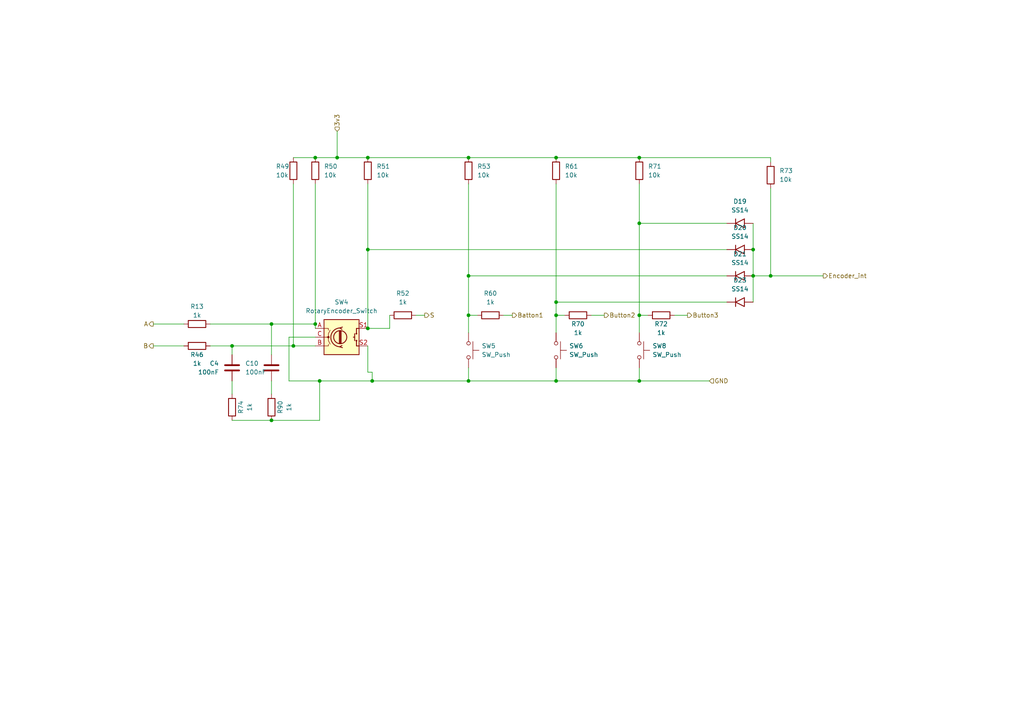
<source format=kicad_sch>
(kicad_sch (version 20231120) (generator "eeschema") (generator_version "8.0")
  (paper "A4")
  (title_block (title "Soldering Station") (date "2024-11-04") (company "BDS-SDCD"))
  (lib_symbols
    (symbol "Den_Castom_lib:SS14" (pin_numbers hide) (pin_names hide)
      (property "Reference" "D" (at 0 5.08 0))
      (property "Value" "SS14" (at 0 2.54 0))
      (symbol "SS14_0_1"
        (polyline (pts (xy -1.27 1.27) (xy -1.27 -1.27)) (stroke (width 0.254)))
        (polyline (pts (xy 1.27 1.27) (xy 1.27 -1.27) (xy -1.27 0) (xy 1.27 1.27)) (stroke (width 0.254)))
      )
      (symbol "SS14_1_1"
        (pin passive line (at -3.81 0 0) (length 2.54) (name "K") (number "1"))
        (pin passive line (at 3.81 0 180) (length 2.54) (name "A") (number "2"))
      )
    )
    (symbol "Device:C" (pin_numbers hide) (pin_names (offset 0.254))
      (property "Reference" "C" (at 0.635 2.54 0))
      (property "Value" "C" (at 0.635 -2.54 0))
      (symbol "C_0_1"
        (polyline (pts (xy -2.032 -0.762) (xy 2.032 -0.762)) (stroke (width 0.508)))
        (polyline (pts (xy -2.032 0.762) (xy 2.032 0.762)) (stroke (width 0.508)))
      )
      (symbol "C_1_1"
        (pin passive line (at 0 3.81 270) (length 2.794) (name "~") (number "1"))
        (pin passive line (at 0 -3.81 90) (length 2.794) (name "~") (number "2"))
      )
    )
    (symbol "Device:R" (pin_numbers hide) (pin_names (offset 0))
      (property "Reference" "R" (at 2.032 0 90))
      (property "Value" "R" (at 0 0 90))
      (symbol "R_0_1"
        (rectangle (start -1.016 -2.54) (end 1.016 2.54) (stroke (width 0.254)))
      )
      (symbol "R_1_1"
        (pin passive line (at 0 3.81 270) (length 1.27) (name "~") (number "1"))
        (pin passive line (at 0 -3.81 90) (length 1.27) (name "~") (number "2"))
      )
    )
    (symbol "Device:RotaryEncoder_Switch" (pin_names (offset 0.254) hide)
      (property "Reference" "SW" (at 0 6.604 0))
      (property "Value" "RotaryEncoder_Switch" (at 0 -6.604 0))
      (symbol "RotaryEncoder_Switch_0_1"
        (rectangle (start -5.08 5.08) (end 5.08 -5.08) (stroke (width 0.254)) (fill (type background)))
        (circle (center -3.81 0) (radius 0.254) (fill (type outline)))
        (circle (center -0.381 0) (radius 1.905) (stroke (width 0.254)))
        (arc (start -0.381 2.667) (mid -3.0988 -0.0635) (end -0.381 -2.794) (stroke (width 0.254)))
        (polyline (pts (xy -0.635 -1.778) (xy -0.635 1.778)) (stroke (width 0.254)))
        (polyline (pts (xy -0.381 -1.778) (xy -0.381 1.778)) (stroke (width 0.254)))
        (polyline (pts (xy -0.127 1.778) (xy -0.127 -1.778)) (stroke (width 0.254)))
        (polyline (pts (xy 3.81 0) (xy 3.429 0)) (stroke (width 0.254)))
        (polyline (pts (xy 3.81 1.016) (xy 3.81 -1.016)) (stroke (width 0.254)))
        (polyline (pts (xy -5.08 -2.54) (xy -3.81 -2.54) (xy -3.81 -2.032)))
        (polyline (pts (xy -5.08 2.54) (xy -3.81 2.54) (xy -3.81 2.032)))
        (polyline (pts (xy 0.254 -3.048) (xy -0.508 -2.794) (xy 0.127 -2.413)) (stroke (width 0.254)))
        (polyline (pts (xy 0.254 2.921) (xy -0.508 2.667) (xy 0.127 2.286)) (stroke (width 0.254)))
        (polyline (pts (xy 5.08 -2.54) (xy 4.318 -2.54) (xy 4.318 -1.016)) (stroke (width 0.254)))
        (polyline (pts (xy 5.08 2.54) (xy 4.318 2.54) (xy 4.318 1.016)) (stroke (width 0.254)))
        (polyline (pts (xy -5.08 0) (xy -3.81 0) (xy -3.81 -1.016) (xy -3.302 -2.032)))
        (polyline (pts (xy -4.318 0) (xy -3.81 0) (xy -3.81 1.016) (xy -3.302 2.032)))
        (circle (center 4.318 -1.016) (radius 0.127) (stroke (width 0.254)))
        (circle (center 4.318 1.016) (radius 0.127) (stroke (width 0.254)))
      )
      (symbol "RotaryEncoder_Switch_1_1"
        (pin passive line (at -7.62 2.54 0) (length 2.54) (name "A") (number "A"))
        (pin passive line (at -7.62 -2.54 0) (length 2.54) (name "B") (number "B"))
        (pin passive line (at -7.62 0 0) (length 2.54) (name "C") (number "C"))
        (pin passive line (at 7.62 2.54 180) (length 2.54) (name "S1") (number "S1"))
        (pin passive line (at 7.62 -2.54 180) (length 2.54) (name "S2") (number "S2"))
      )
    )
    (symbol "Switch:SW_Push" (pin_numbers hide) (pin_names (offset 1.016) hide)
      (property "Reference" "SW" (at 1.27 2.54 0))
      (property "Value" "SW_Push" (at 0 -1.524 0))
      (symbol "SW_Push_0_1"
        (circle (center -2.032 0) (radius 0.508))
        (polyline (pts (xy 0 1.27) (xy 0 3.048)))
        (polyline (pts (xy 2.54 1.27) (xy -2.54 1.27)))
        (circle (center 2.032 0) (radius 0.508))
        (pin passive line (at -5.08 0 0) (length 2.54) (name "1") (number "1"))
        (pin passive line (at 5.08 0 180) (length 2.54) (name "2") (number "2"))
      )
    )
  )
  (junction (at 92.71 110.49))
  (junction (at 161.29 87.63))
  (junction (at 218.44 80.01))
  (junction (at 161.29 45.72))
  (junction (at 67.31 100.33))
  (junction (at 218.44 72.39))
  (junction (at 185.42 110.49))
  (junction (at 97.79 45.72))
  (junction (at 91.44 45.72))
  (junction (at 185.42 91.44))
  (junction (at 185.42 45.72))
  (junction (at 106.68 72.39))
  (junction (at 78.74 93.98))
  (junction (at 161.29 91.44))
  (junction (at 135.89 80.01))
  (junction (at 78.74 121.92))
  (junction (at 107.95 110.49))
  (junction (at 106.68 45.72))
  (junction (at 85.09 100.33))
  (junction (at 223.52 80.01))
  (junction (at 135.89 110.49))
  (junction (at 91.44 93.98))
  (junction (at 135.89 91.44))
  (junction (at 161.29 110.49))
  (junction (at 135.89 45.72))
  (junction (at 185.42 64.77))
  (junction (at 106.68 95.25))
  (wire (pts (xy 91.44 45.72) (xy 97.79 45.72)))
  (wire (pts (xy 161.29 87.63) (xy 210.82 87.63)))
  (wire (pts (xy 107.95 107.95) (xy 107.95 110.49)))
  (wire (pts (xy 135.89 106.68) (xy 135.89 110.49)))
  (wire (pts (xy 185.42 45.72) (xy 223.52 45.72)))
  (wire (pts (xy 92.71 121.92) (xy 92.71 110.49)))
  (wire (pts (xy 83.82 97.79) (xy 83.82 110.49)))
  (wire (pts (xy 106.68 72.39) (xy 210.82 72.39)))
  (wire (pts (xy 113.03 91.44) (xy 113.03 95.25)))
  (wire (pts (xy 106.68 53.34) (xy 106.68 72.39)))
  (wire (pts (xy 67.31 121.92) (xy 78.74 121.92)))
  (wire (pts (xy 106.68 100.33) (xy 106.68 107.95)))
  (wire (pts (xy 107.95 110.49) (xy 135.89 110.49)))
  (wire (pts (xy 85.09 45.72) (xy 91.44 45.72)))
  (wire (pts (xy 97.79 38.1) (xy 97.79 45.72)))
  (wire (pts (xy 185.42 110.49) (xy 185.42 106.68)))
  (wire (pts (xy 185.42 96.52) (xy 185.42 91.44)))
  (wire (pts (xy 78.74 93.98) (xy 91.44 93.98)))
  (wire (pts (xy 185.42 91.44) (xy 185.42 64.77)))
  (wire (pts (xy 78.74 93.98) (xy 78.74 102.87)))
  (wire (pts (xy 135.89 110.49) (xy 161.29 110.49)))
  (wire (pts (xy 135.89 53.34) (xy 135.89 80.01)))
  (wire (pts (xy 161.29 45.72) (xy 185.42 45.72)))
  (wire (pts (xy 218.44 72.39) (xy 218.44 80.01)))
  (wire (pts (xy 97.79 45.72) (xy 106.68 45.72)))
  (wire (pts (xy 78.74 121.92) (xy 92.71 121.92)))
  (wire (pts (xy 91.44 53.34) (xy 91.44 93.98)))
  (wire (pts (xy 161.29 91.44) (xy 163.83 91.44)))
  (wire (pts (xy 185.42 110.49) (xy 205.74 110.49)))
  (wire (pts (xy 67.31 100.33) (xy 85.09 100.33)))
  (wire (pts (xy 195.58 91.44) (xy 199.39 91.44)))
  (wire (pts (xy 106.68 107.95) (xy 107.95 107.95)))
  (wire (pts (xy 106.68 95.25) (xy 113.03 95.25)))
  (wire (pts (xy 91.44 93.98) (xy 91.44 95.25)))
  (wire (pts (xy 161.29 87.63) (xy 161.29 91.44)))
  (wire (pts (xy 85.09 53.34) (xy 85.09 100.33)))
  (wire (pts (xy 135.89 91.44) (xy 135.89 96.52)))
  (wire (pts (xy 185.42 53.34) (xy 185.42 64.77)))
  (wire (pts (xy 223.52 45.72) (xy 223.52 46.99)))
  (wire (pts (xy 161.29 53.34) (xy 161.29 87.63)))
  (wire (pts (xy 135.89 80.01) (xy 210.82 80.01)))
  (wire (pts (xy 60.96 100.33) (xy 67.31 100.33)))
  (wire (pts (xy 218.44 64.77) (xy 218.44 72.39)))
  (wire (pts (xy 185.42 91.44) (xy 187.96 91.44)))
  (wire (pts (xy 92.71 110.49) (xy 107.95 110.49)))
  (wire (pts (xy 161.29 110.49) (xy 185.42 110.49)))
  (wire (pts (xy 83.82 110.49) (xy 92.71 110.49)))
  (wire (pts (xy 106.68 72.39) (xy 106.68 95.25)))
  (wire (pts (xy 185.42 64.77) (xy 210.82 64.77)))
  (wire (pts (xy 223.52 80.01) (xy 218.44 80.01)))
  (wire (pts (xy 161.29 91.44) (xy 161.29 96.52)))
  (wire (pts (xy 171.45 91.44) (xy 175.26 91.44)))
  (wire (pts (xy 67.31 110.49) (xy 67.31 114.3)))
  (wire (pts (xy 67.31 100.33) (xy 67.31 102.87)))
  (wire (pts (xy 85.09 100.33) (xy 91.44 100.33)))
  (wire (pts (xy 44.45 93.98) (xy 53.34 93.98)))
  (wire (pts (xy 135.89 80.01) (xy 135.89 91.44)))
  (wire (pts (xy 218.44 80.01) (xy 218.44 87.63)))
  (wire (pts (xy 60.96 93.98) (xy 78.74 93.98)))
  (wire (pts (xy 223.52 80.01) (xy 238.76 80.01)))
  (wire (pts (xy 161.29 106.68) (xy 161.29 110.49)))
  (wire (pts (xy 78.74 110.49) (xy 78.74 114.3)))
  (wire (pts (xy 106.68 45.72) (xy 135.89 45.72)))
  (wire (pts (xy 120.65 91.44) (xy 123.19 91.44)))
  (wire (pts (xy 146.05 91.44) (xy 148.59 91.44)))
  (wire (pts (xy 223.52 54.61) (xy 223.52 80.01)))
  (wire (pts (xy 91.44 97.79) (xy 83.82 97.79)))
  (wire (pts (xy 135.89 45.72) (xy 161.29 45.72)))
  (wire (pts (xy 135.89 91.44) (xy 138.43 91.44)))
  (wire (pts (xy 44.45 100.33) (xy 53.34 100.33)))
  (hierarchical_label "GND" (shape input) (at 205.74 110.49 0))
  (hierarchical_label "B" (shape output) (at 44.45 100.33 180))
  (hierarchical_label "Button3" (shape output) (at 199.39 91.44 0))
  (hierarchical_label "Encoder_int" (shape output) (at 238.76 80.01 0))
  (hierarchical_label "A" (shape output) (at 44.45 93.98 180))
  (hierarchical_label "3v3" (shape input) (at 97.79 38.1 90))
  (hierarchical_label "Button2" (shape output) (at 175.26 91.44 0))
  (hierarchical_label "S" (shape output) (at 123.19 91.44 0))
  (hierarchical_label "Batton1" (shape output) (at 148.59 91.44 0))
  (symbol (lib_id "Device:C") (at 78.74 106.68 0) (unit 1)
    (property "Reference" "C10" (at 71.12 105.41 0) (effects (justify left)))
    (property "Value" "100nF" (at 71.12 107.95 0) (effects (justify left)))
    (property "Footprint" "Capacitor_SMD:C_1206_3216Metric" (effects (hide yes)))
  )
  (symbol (lib_id "Den_Castom_lib:SS14") (at 214.63 72.39 0) (unit 1)
    (property "Reference" "D20" (at 214.63 66.04 0))
    (property "Value" "SS14" (at 214.63 68.58 0))
    (property "Footprint" "Diode_SMD:D_SMA" (effects (hide yes)))
    (property "Datasheet" "https://datasheetspdf.com/pdf-down/S/S/1/SS12-Vishay.pdf" (effects (hide yes)))
  )
  (symbol (lib_id "Device:R") (at 135.89 49.53 0) (unit 1)
    (property "Reference" "R53" (at 138.43 48.26 0) (effects (justify left)))
    (property "Value" "10k" (at 138.43 50.8 0) (effects (justify left)))
    (property "Footprint" "Resistor_SMD:R_1206_3216Metric_Pad1.30x1.75mm_HandSolder" (effects (hide yes)))
  )
  (symbol (lib_id "Device:R") (at 57.15 100.33 90) (unit 1)
    (property "Reference" "R46" (at 57.15 102.87 90))
    (property "Value" "1k" (at 57.15 105.41 90))
    (property "Footprint" "Resistor_SMD:R_1206_3216Metric_Pad1.30x1.75mm_HandSolder" (effects (hide yes)))
  )
  (symbol (lib_id "Switch:SW_Push") (at 161.29 101.6 270) (unit 1)
    (property "Reference" "SW6" (at 165.1 100.33 90) (effects (justify left)))
    (property "Value" "SW_Push" (at 165.1 102.87 90) (effects (justify left)))
    (property "Footprint" "Button_Switch_THT:SW_PUSH_6mm" (effects (hide yes)))
  )
  (symbol (lib_id "Device:R") (at 191.77 91.44 270) (unit 1)
    (property "Reference" "R72" (at 191.77 93.98 90))
    (property "Value" "1k" (at 191.77 96.52 90))
    (property "Footprint" "Resistor_SMD:R_1206_3216Metric_Pad1.30x1.75mm_HandSolder" (effects (hide yes)))
  )
  (symbol (lib_id "Device:R") (at 106.68 49.53 0) (unit 1)
    (property "Reference" "R51" (at 109.22 48.26 0) (effects (justify left)))
    (property "Value" "10k" (at 109.22 50.8 0) (effects (justify left)))
    (property "Footprint" "Resistor_SMD:R_1206_3216Metric_Pad1.30x1.75mm_HandSolder" (effects (hide yes)))
  )
  (symbol (lib_id "Device:R") (at 142.24 91.44 90) (unit 1)
    (property "Reference" "R60" (at 142.24 85.09 90))
    (property "Value" "1k" (at 142.24 87.63 90))
    (property "Footprint" "Resistor_SMD:R_1206_3216Metric_Pad1.30x1.75mm_HandSolder" (effects (hide yes)))
  )
  (symbol (lib_id "Den_Castom_lib:SS14") (at 214.63 64.77 0) (unit 1)
    (property "Reference" "D19" (at 214.63 58.42 0))
    (property "Value" "SS14" (at 214.63 60.96 0))
    (property "Footprint" "Diode_SMD:D_SMA" (effects (hide yes)))
    (property "Datasheet" "https://datasheetspdf.com/pdf-down/S/S/1/SS12-Vishay.pdf" (effects (hide yes)))
  )
  (symbol (lib_id "Device:R") (at 67.31 118.11 180) (unit 1)
    (property "Reference" "R74" (at 69.85 118.11 90))
    (property "Value" "1k" (at 72.39 118.11 90))
    (property "Footprint" "Resistor_SMD:R_1206_3216Metric_Pad1.30x1.75mm_HandSolder" (effects (hide yes)))
  )
  (symbol (lib_id "Device:R") (at 167.64 91.44 270) (unit 1)
    (property "Reference" "R70" (at 167.64 93.98 90))
    (property "Value" "1k" (at 167.64 96.52 90))
    (property "Footprint" "Resistor_SMD:R_1206_3216Metric_Pad1.30x1.75mm_HandSolder" (effects (hide yes)))
  )
  (symbol (lib_id "Switch:SW_Push") (at 135.89 101.6 270) (unit 1)
    (property "Reference" "SW5" (at 139.7 100.33 90) (effects (justify left)))
    (property "Value" "SW_Push" (at 139.7 102.87 90) (effects (justify left)))
    (property "Footprint" "Button_Switch_THT:SW_PUSH_6mm" (effects (hide yes)))
  )
  (symbol (lib_id "Device:R") (at 116.84 91.44 90) (unit 1)
    (property "Reference" "R52" (at 116.84 85.09 90))
    (property "Value" "1k" (at 116.84 87.63 90))
    (property "Footprint" "Resistor_SMD:R_1206_3216Metric_Pad1.30x1.75mm_HandSolder" (effects (hide yes)))
  )
  (symbol (lib_id "Den_Castom_lib:SS14") (at 214.63 80.01 0) (unit 1)
    (property "Reference" "D21" (at 214.63 73.66 0))
    (property "Value" "SS14" (at 214.63 76.2 0))
    (property "Footprint" "Diode_SMD:D_SMA" (effects (hide yes)))
    (property "Datasheet" "https://datasheetspdf.com/pdf-down/S/S/1/SS12-Vishay.pdf" (effects (hide yes)))
  )
  (symbol (lib_id "Device:C") (at 67.31 106.68 0) (mirror y) (unit 1)
    (property "Reference" "C4" (at 63.5 105.41 0) (effects (justify left)))
    (property "Value" "100nF" (at 63.5 107.95 0) (effects (justify left)))
    (property "Footprint" "Capacitor_SMD:C_1206_3216Metric" (effects (hide yes)))
  )
  (symbol (lib_id "Device:RotaryEncoder_Switch") (at 99.06 97.79 0) (unit 1)
    (property "Reference" "SW4" (at 99.06 87.63 0))
    (property "Value" "RotaryEncoder_Switch" (at 99.06 90.17 0))
    (property "Footprint" "Rotary_Encoder:RotaryEncoder_Bourns_Vertical_PEC12R-3x17F-Sxxxx" (effects (hide yes)))
  )
  (symbol (lib_id "Device:R") (at 57.15 93.98 90) (unit 1)
    (property "Reference" "R13" (at 57.15 88.9 90))
    (property "Value" "1k" (at 57.15 91.44 90))
    (property "Footprint" "Resistor_SMD:R_1206_3216Metric_Pad1.30x1.75mm_HandSolder" (effects (hide yes)))
  )
  (symbol (lib_id "Device:R") (at 91.44 49.53 0) (unit 1)
    (property "Reference" "R50" (at 93.98 48.26 0) (effects (justify left)))
    (property "Value" "10k" (at 93.98 50.8 0) (effects (justify left)))
    (property "Footprint" "Resistor_SMD:R_1206_3216Metric_Pad1.30x1.75mm_HandSolder" (effects (hide yes)))
  )
  (symbol (lib_id "Device:R") (at 78.74 118.11 180) (unit 1)
    (property "Reference" "R90" (at 81.28 118.11 90))
    (property "Value" "1k" (at 83.82 118.11 90))
    (property "Footprint" "Resistor_SMD:R_1206_3216Metric_Pad1.30x1.75mm_HandSolder" (effects (hide yes)))
  )
  (symbol (lib_id "Device:R") (at 223.52 50.8 0) (unit 1)
    (property "Reference" "R73" (at 226.06 49.53 0) (effects (justify left)))
    (property "Value" "10k" (at 226.06 52.07 0) (effects (justify left)))
    (property "Footprint" "Resistor_SMD:R_1206_3216Metric_Pad1.30x1.75mm_HandSolder" (effects (hide yes)))
  )
  (symbol (lib_id "Switch:SW_Push") (at 185.42 101.6 270) (unit 1)
    (property "Reference" "SW8" (at 189.23 100.33 90) (effects (justify left)))
    (property "Value" "SW_Push" (at 189.23 102.87 90) (effects (justify left)))
    (property "Footprint" "Button_Switch_THT:SW_PUSH_6mm" (effects (hide yes)))
  )
  (symbol (lib_id "Den_Castom_lib:SS14") (at 214.63 87.63 0) (unit 1)
    (property "Reference" "D23" (at 214.63 81.28 0))
    (property "Value" "SS14" (at 214.63 83.82 0))
    (property "Footprint" "Diode_SMD:D_SMA" (effects (hide yes)))
    (property "Datasheet" "https://datasheetspdf.com/pdf-down/S/S/1/SS12-Vishay.pdf" (effects (hide yes)))
  )
  (symbol (lib_id "Device:R") (at 85.09 49.53 0) (unit 1)
    (property "Reference" "R49" (at 80.01 48.26 0) (effects (justify left)))
    (property "Value" "10k" (at 80.01 50.8 0) (effects (justify left)))
    (property "Footprint" "Resistor_SMD:R_1206_3216Metric_Pad1.30x1.75mm_HandSolder" (effects (hide yes)))
  )
  (symbol (lib_id "Device:R") (at 161.29 49.53 0) (unit 1)
    (property "Reference" "R61" (at 163.83 48.26 0) (effects (justify left)))
    (property "Value" "10k" (at 163.83 50.8 0) (effects (justify left)))
    (property "Footprint" "Resistor_SMD:R_1206_3216Metric_Pad1.30x1.75mm_HandSolder" (effects (hide yes)))
  )
  (symbol (lib_id "Device:R") (at 185.42 49.53 0) (unit 1)
    (property "Reference" "R71" (at 187.96 48.26 0) (effects (justify left)))
    (property "Value" "10k" (at 187.96 50.8 0) (effects (justify left)))
    (property "Footprint" "Resistor_SMD:R_1206_3216Metric_Pad1.30x1.75mm_HandSolder" (effects (hide yes)))
  )
)
</source>
